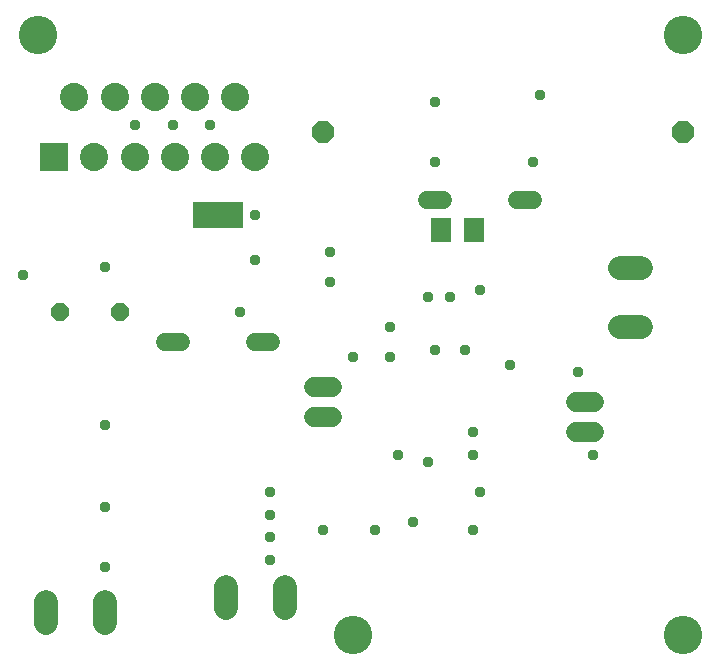
<source format=gbr>
G04 EAGLE Gerber RS-274X export*
G75*
%MOMM*%
%FSLAX34Y34*%
%LPD*%
%INSoldermask Bottom*%
%IPPOS*%
%AMOC8*
5,1,8,0,0,1.08239X$1,22.5*%
G01*
%ADD10C,3.251200*%
%ADD11P,1.649562X8X202.500000*%
%ADD12R,1.803200X2.003200*%
%ADD13C,1.524000*%
%ADD14C,1.727200*%
%ADD15P,2.005885X8X22.500000*%
%ADD16R,2.387600X2.387600*%
%ADD17C,2.387600*%
%ADD18C,1.993900*%
%ADD19R,4.267200X2.235200*%
%ADD20C,0.959600*%


D10*
X577850Y31750D03*
X31750Y539750D03*
X577850Y539750D03*
X298450Y31750D03*
D11*
X101600Y304800D03*
X50800Y304800D03*
D12*
X373350Y374650D03*
X401350Y374650D03*
D13*
X152654Y279400D02*
X139446Y279400D01*
X215646Y279400D02*
X228854Y279400D01*
X361696Y400050D02*
X374904Y400050D01*
X437896Y400050D02*
X451104Y400050D01*
D14*
X280670Y241300D02*
X265430Y241300D01*
X265430Y215900D02*
X280670Y215900D01*
X487680Y228600D02*
X502920Y228600D01*
X502920Y203200D02*
X487680Y203200D01*
D15*
X273050Y457200D03*
X577850Y457200D03*
D16*
X45720Y436118D03*
D17*
X62738Y486918D03*
X79756Y436118D03*
X96774Y486918D03*
X113792Y436118D03*
X130810Y486918D03*
X147828Y436118D03*
X164846Y486918D03*
X181864Y436118D03*
X198882Y486918D03*
X215900Y436118D03*
D18*
X190900Y72454D02*
X190900Y54547D01*
X240900Y54547D02*
X240900Y72454D01*
X38500Y59754D02*
X38500Y41847D01*
X88500Y41847D02*
X88500Y59754D01*
X524447Y342500D02*
X542354Y342500D01*
X542354Y292500D02*
X524447Y292500D01*
D19*
X184150Y387350D03*
D20*
X361950Y317500D03*
X368300Y273050D03*
X393700Y273050D03*
X406400Y323850D03*
X203200Y304800D03*
X279400Y330200D03*
X279400Y355600D03*
X215900Y349250D03*
X215900Y387350D03*
X368300Y431800D03*
X450850Y431800D03*
X368300Y482600D03*
X457200Y488950D03*
X400050Y203200D03*
X400050Y184150D03*
X400050Y120650D03*
X317500Y120650D03*
X273050Y120650D03*
X88900Y88900D03*
X88900Y139700D03*
X88900Y209550D03*
X88900Y342900D03*
X19050Y336550D03*
X114300Y463550D03*
X146050Y463550D03*
X431800Y260350D03*
X501650Y184150D03*
X488950Y254000D03*
X336550Y184150D03*
X177800Y463550D03*
X330200Y266700D03*
X298450Y266700D03*
X330200Y292100D03*
X228600Y95250D03*
X228600Y114300D03*
X228600Y133350D03*
X228600Y152400D03*
X381000Y317500D03*
X406400Y152400D03*
X361950Y177800D03*
X349250Y127000D03*
M02*

</source>
